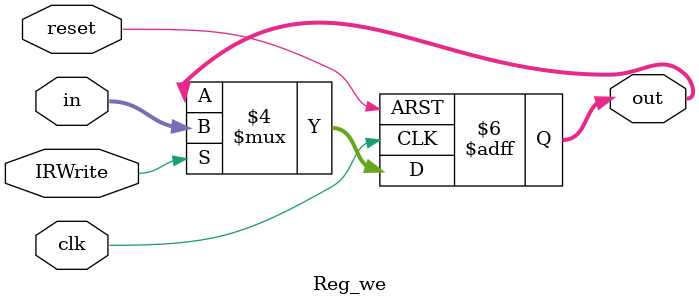
<source format=v>
`timescale 1ns / 1ps
module Reg_we(clk,reset,IRWrite,in,out);
	 parameter EM = 31;
	 input clk;
	 input reset;
	 input IRWrite;
	 input [EM:0] in;
	 output reg [EM:0] out;
    always@(posedge clk or negedge reset)
    begin
        if (~reset) 
		  begin
		  out <= 0;
		  end
		  else begin
		  if(IRWrite)
		  begin
		  out <= in;
		  end
		  else begin
		  out <= out;
		  end
		  end
    end

endmodule

</source>
